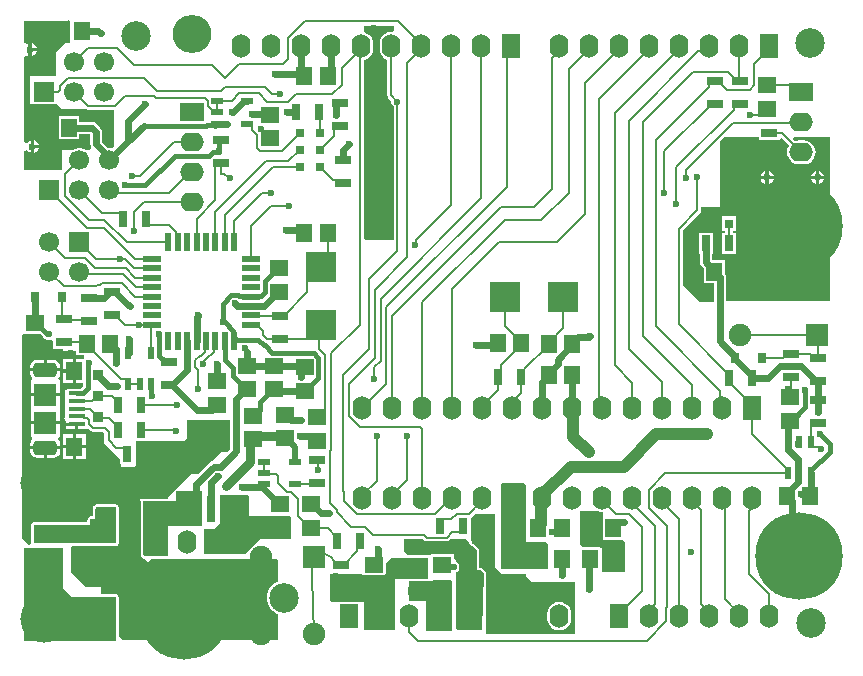
<source format=gtl>
G04*
G04 #@! TF.GenerationSoftware,Altium Limited,Altium Designer,24.5.2 (23)*
G04*
G04 Layer_Physical_Order=1*
G04 Layer_Color=255*
%FSLAX42Y42*%
%MOMM*%
G71*
G04*
G04 #@! TF.SameCoordinates,800EA35B-6491-4ADE-9D72-18F2112E8D14*
G04*
G04*
G04 #@! TF.FilePolarity,Positive*
G04*
G01*
G75*
%ADD10C,0.20*%
%ADD11C,0.50*%
%ADD15R,1.35X0.80*%
%ADD16R,0.80X1.35*%
%ADD17R,0.73X0.93*%
%ADD18R,1.35X0.40*%
%ADD19R,1.40X1.60*%
%ADD20R,1.90X1.90*%
%ADD21R,1.55X1.35*%
%ADD22R,1.35X1.55*%
%ADD23R,0.66X2.20*%
%ADD24R,3.20X2.20*%
%ADD25R,2.50X2.60*%
%ADD26R,2.60X2.50*%
%ADD27R,1.10X0.60*%
%ADD28R,0.60X1.10*%
%ADD29R,1.60X3.00*%
%ADD30R,2.20X1.20*%
%ADD31R,0.80X0.80*%
%ADD32R,0.55X1.55*%
%ADD33R,1.55X0.55*%
%ADD34R,0.85X0.85*%
%ADD63R,1.90X1.90*%
%ADD64C,1.90*%
%ADD69C,2.50*%
%ADD70C,0.80*%
%ADD71C,0.40*%
%ADD72C,0.60*%
%ADD73C,1.00*%
%ADD74O,2.00X1.60*%
%ADD75R,2.00X1.60*%
%ADD76O,1.60X2.00*%
%ADD77R,1.60X2.00*%
G04:AMPARAMS|DCode=78|XSize=2mm|YSize=1.2mm|CornerRadius=0.3mm|HoleSize=0mm|Usage=FLASHONLY|Rotation=0.000|XOffset=0mm|YOffset=0mm|HoleType=Round|Shape=RoundedRectangle|*
%AMROUNDEDRECTD78*
21,1,2.00,0.60,0,0,0.0*
21,1,1.40,1.20,0,0,0.0*
1,1,0.60,0.70,-0.30*
1,1,0.60,-0.70,-0.30*
1,1,0.60,-0.70,0.30*
1,1,0.60,0.70,0.30*
%
%ADD78ROUNDEDRECTD78*%
%ADD79R,1.70X1.70*%
%ADD80C,1.70*%
%ADD81O,3.30X3.20*%
%ADD82C,4.00*%
%ADD83C,7.40*%
%ADD84C,0.60*%
G36*
X3170Y5213D02*
X3155Y5200D01*
X3150Y5201D01*
X3123Y5197D01*
X3099Y5187D01*
X3078Y5171D01*
X3062Y5150D01*
X3052Y5126D01*
X3049Y5100D01*
Y5060D01*
X3052Y5034D01*
X3062Y5010D01*
X3078Y4989D01*
X3099Y4973D01*
X3114Y4966D01*
Y4665D01*
X3114Y4665D01*
X3117Y4653D01*
X3123Y4644D01*
X3150Y4617D01*
Y4600D01*
X3158Y4582D01*
X3169Y4570D01*
Y3441D01*
X3169Y3441D01*
X2940D01*
X2935Y3441D01*
X2920Y3455D01*
Y4962D01*
X2922Y4963D01*
X2946Y4973D01*
X2967Y4989D01*
X2983Y5010D01*
X2993Y5034D01*
X2996Y5060D01*
Y5100D01*
X2993Y5126D01*
X2983Y5150D01*
X2967Y5171D01*
X2946Y5187D01*
X2922Y5197D01*
X2920Y5198D01*
Y5250D01*
X3170D01*
Y5213D01*
D02*
G37*
G36*
X429Y5290D02*
Y5106D01*
X387D01*
X313Y5031D01*
Y4831D01*
X93D01*
Y4591D01*
X103D01*
Y4588D01*
X313D01*
X313Y4588D01*
Y4588D01*
X313Y4588D01*
X331Y4584D01*
X363Y4551D01*
X561D01*
X570Y4545D01*
X582Y4543D01*
X803D01*
Y4230D01*
X787Y4217D01*
X776Y4220D01*
X753D01*
X701Y4271D01*
Y4355D01*
X697Y4374D01*
X686Y4391D01*
X651Y4426D01*
X634Y4437D01*
X615Y4441D01*
X507D01*
Y4488D01*
X333D01*
Y4292D01*
X507D01*
Y4339D01*
X594D01*
X599Y4334D01*
Y4250D01*
X603Y4231D01*
X609Y4221D01*
X600Y4201D01*
X568D01*
X549Y4213D01*
X522Y4220D01*
X494D01*
X467Y4213D01*
X448Y4201D01*
X363D01*
Y4031D01*
X43D01*
Y4195D01*
X63Y4199D01*
X63Y4199D01*
X79Y4183D01*
X97Y4175D01*
Y4230D01*
Y4285D01*
X79Y4277D01*
X63Y4261D01*
X63Y4261D01*
X43Y4265D01*
Y4990D01*
X49Y4995D01*
X63Y5001D01*
X77Y4995D01*
Y5050D01*
Y5105D01*
X63Y5099D01*
X49Y5105D01*
X43Y5110D01*
Y5291D01*
X403D01*
X409Y5298D01*
X429Y5290D01*
D02*
G37*
G36*
X6860Y2920D02*
X5983D01*
Y3123D01*
X5979Y3142D01*
X5972Y3153D01*
Y3268D01*
X5869D01*
X5863Y3274D01*
Y3322D01*
X5872D01*
Y3497D01*
X5752D01*
Y3322D01*
X5761D01*
Y3252D01*
X5765Y3233D01*
X5776Y3216D01*
X5797Y3196D01*
Y3073D01*
X5881D01*
Y2913D01*
X5850Y2910D01*
X5760D01*
X5620Y3050D01*
Y3527D01*
X5762Y3668D01*
X5768Y3678D01*
X5771Y3690D01*
X5771Y3690D01*
Y3720D01*
X5930D01*
Y4272D01*
X5968Y4310D01*
X6262D01*
Y4288D01*
X6438D01*
Y4293D01*
X6457Y4301D01*
X6519Y4240D01*
X6513Y4232D01*
X6503Y4208D01*
X6499Y4182D01*
X6503Y4156D01*
X6513Y4132D01*
X6529Y4111D01*
X6550Y4095D01*
X6574Y4085D01*
X6600Y4081D01*
X6640D01*
X6666Y4085D01*
X6690Y4095D01*
X6711Y4111D01*
X6727Y4132D01*
X6737Y4156D01*
X6741Y4182D01*
X6737Y4208D01*
X6727Y4232D01*
X6711Y4253D01*
X6690Y4269D01*
X6666Y4279D01*
X6640Y4283D01*
X6600D01*
X6574Y4279D01*
X6568Y4277D01*
X6554Y4292D01*
X6561Y4310D01*
X6860D01*
Y2920D01*
D02*
G37*
G36*
X1550Y1300D02*
Y1015D01*
X1275D01*
X1260Y1030D01*
X1260Y980D01*
Y760D01*
X1060D01*
X1050Y770D01*
Y1230D01*
X1330D01*
Y1310D01*
X1546D01*
X1550Y1300D01*
D02*
G37*
G36*
X3810Y880D02*
Y878D01*
X3818Y859D01*
X3832Y845D01*
X3850Y838D01*
X3852D01*
X3872Y817D01*
Y643D01*
X3907D01*
X3930Y620D01*
X3919Y140D01*
X3710D01*
X3695Y155D01*
Y390D01*
X3694Y391D01*
Y624D01*
X3704Y628D01*
X3718Y643D01*
X3726Y661D01*
Y681D01*
X3718Y699D01*
X3704Y713D01*
X3694Y718D01*
Y726D01*
X3678Y743D01*
Y778D01*
X3483D01*
Y770D01*
X3463D01*
X3461Y770D01*
X3290D01*
X3260Y800D01*
Y910D01*
X3414D01*
X3428Y896D01*
X3428Y896D01*
X3438Y889D01*
X3449Y887D01*
X3449Y887D01*
X3617D01*
X3617Y887D01*
X3629Y889D01*
X3639Y896D01*
X3653Y910D01*
X3780D01*
X3810Y880D01*
D02*
G37*
G36*
X820Y870D02*
X120D01*
Y1030D01*
X650D01*
Y1180D01*
X820D01*
Y870D01*
D02*
G37*
G36*
X1940Y1270D02*
Y1100D01*
X2290D01*
X2300Y1090D01*
Y910D01*
X2040D01*
X1981Y851D01*
X1974Y847D01*
X1953Y826D01*
X1949Y819D01*
X1920Y790D01*
Y780D01*
X1583D01*
X1566Y780D01*
X1560Y798D01*
Y990D01*
X1650D01*
X1700Y1040D01*
Y1280D01*
X1930D01*
X1940Y1270D01*
D02*
G37*
G36*
X4290Y1360D02*
Y885D01*
X4458D01*
X4476Y867D01*
Y650D01*
X4080D01*
Y1370D01*
X4090Y1380D01*
X4270D01*
X4290Y1360D01*
D02*
G37*
G36*
X4910Y1140D02*
X4937Y1136D01*
X4940Y1133D01*
Y910D01*
X4942D01*
Y902D01*
X5113D01*
X5130Y886D01*
Y624D01*
X4939D01*
X4930Y640D01*
Y830D01*
X4917D01*
Y838D01*
X4772D01*
X4750Y860D01*
Y1141D01*
X4908D01*
X4910Y1140D01*
D02*
G37*
G36*
X3461Y580D02*
X3452Y570D01*
X3300D01*
X3298Y570D01*
X3180D01*
Y140D01*
X2920D01*
Y350D01*
X2920Y370D01*
X2916Y373D01*
X2914Y372D01*
X2894Y374D01*
Y374D01*
X2694D01*
Y370D01*
X2648D01*
X2630Y388D01*
Y610D01*
X2902D01*
Y603D01*
X3077D01*
X3088Y603D01*
X3090Y600D01*
X3098Y603D01*
Y607D01*
X3100Y610D01*
X3100Y617D01*
Y700D01*
X3150Y750D01*
X3461D01*
Y580D01*
D02*
G37*
G36*
X3660Y130D02*
X3440D01*
Y290D01*
Y382D01*
X3300D01*
Y550D01*
X3660D01*
Y130D01*
D02*
G37*
G36*
X4030Y670D02*
X4090Y610D01*
X4290D01*
Y590D01*
X4340Y540D01*
X4700D01*
Y100D01*
X3950D01*
Y532D01*
X3950Y550D01*
X3951Y553D01*
X3950Y573D01*
X3951Y619D01*
X3951Y620D01*
X3951Y620D01*
X3950Y623D01*
X3949Y627D01*
X3949Y627D01*
X3949Y628D01*
X3947Y631D01*
X3945Y634D01*
X3945Y634D01*
X3945Y634D01*
X3922Y657D01*
X3915Y661D01*
X3907Y663D01*
X3893D01*
Y817D01*
X3893Y817D01*
X3891Y825D01*
X3887Y832D01*
X3866Y852D01*
X3860Y857D01*
X3856Y857D01*
X3843Y863D01*
X3835Y871D01*
X3830Y884D01*
X3829Y888D01*
X3824Y894D01*
X3822Y897D01*
Y1076D01*
X3861Y1115D01*
X4030D01*
Y670D01*
D02*
G37*
G36*
X203Y2619D02*
X206Y2612D01*
X220Y2598D01*
X239Y2591D01*
X258D01*
X267Y2594D01*
X287Y2582D01*
Y2513D01*
X370D01*
Y2505D01*
X375Y2500D01*
X482D01*
Y2462D01*
X550D01*
Y2435D01*
X478D01*
Y2330D01*
Y2225D01*
X542D01*
X542Y2205D01*
X518Y2181D01*
X487D01*
X484Y2180D01*
X400D01*
Y2170D01*
X390D01*
Y1940D01*
X380Y1930D01*
X390Y1920D01*
X395Y1902D01*
Y1893D01*
X487D01*
Y1880D01*
X500D01*
Y1835D01*
X580D01*
Y1835D01*
X589Y1838D01*
X602Y1826D01*
X602Y1826D01*
X612Y1819D01*
X623Y1817D01*
X623Y1817D01*
X710D01*
X720Y1807D01*
Y1720D01*
X853Y1587D01*
Y1539D01*
X860D01*
Y1520D01*
X980D01*
X990Y1530D01*
Y1739D01*
X1086D01*
Y1740D01*
X1380D01*
X1390Y1730D01*
X1419Y1759D01*
Y1916D01*
X1785D01*
Y1671D01*
X1754Y1640D01*
X1710D01*
X1640Y1570D01*
X1627Y1567D01*
X1611Y1556D01*
X1515Y1460D01*
X1450D01*
X1255Y1265D01*
Y1250D01*
X1050D01*
X1042Y1249D01*
X1036Y1244D01*
X1030Y1243D01*
X1023Y1243D01*
X1020Y1240D01*
X1029Y1231D01*
X1030Y1230D01*
X1030Y1223D01*
Y770D01*
X1030Y770D01*
X1031Y762D01*
X1036Y756D01*
X1036Y756D01*
X1046Y746D01*
X1052Y741D01*
X1060Y740D01*
X1060D01*
X1090Y710D01*
X1120Y740D01*
X1260D01*
X1262Y740D01*
X2180D01*
X2190Y730D01*
Y547D01*
X2183Y546D01*
X2150Y527D01*
X2123Y500D01*
X2104Y467D01*
X2094Y430D01*
Y391D01*
X2104Y355D01*
X2123Y322D01*
X2150Y295D01*
X2183Y275D01*
X2190Y274D01*
Y50D01*
X880D01*
X840Y90D01*
Y420D01*
X839Y428D01*
X834Y434D01*
X828Y439D01*
X820Y440D01*
X690D01*
Y500D01*
X560D01*
X440Y620D01*
Y840D01*
X456Y850D01*
X820D01*
X828Y851D01*
X834Y856D01*
X839Y862D01*
X840Y870D01*
Y1180D01*
X839Y1188D01*
X834Y1194D01*
X828Y1199D01*
X820Y1200D01*
X650D01*
X642Y1199D01*
X636Y1194D01*
X633Y1190D01*
X620D01*
Y1100D01*
X610D01*
X592Y1092D01*
X578Y1078D01*
X570Y1060D01*
Y1050D01*
X120D01*
X112Y1049D01*
X106Y1044D01*
X101Y1038D01*
X100Y1030D01*
Y870D01*
X95Y862D01*
X71Y859D01*
X18Y912D01*
Y2637D01*
X40Y2640D01*
X182D01*
X203Y2619D01*
D02*
G37*
G36*
X370Y490D02*
X440Y420D01*
X820D01*
Y50D01*
X810Y40D01*
X40D01*
Y830D01*
X370D01*
Y490D01*
D02*
G37*
%LPC*%
G36*
X103Y5105D02*
Y5063D01*
X145D01*
X137Y5081D01*
X121Y5097D01*
X103Y5105D01*
D02*
G37*
G36*
X145Y5037D02*
X103D01*
Y4995D01*
X121Y5003D01*
X137Y5019D01*
X145Y5037D01*
D02*
G37*
G36*
X123Y4285D02*
Y4243D01*
X165D01*
X157Y4261D01*
X141Y4277D01*
X123Y4285D01*
D02*
G37*
G36*
X165Y4217D02*
X123D01*
Y4175D01*
X141Y4183D01*
X157Y4199D01*
X165Y4217D01*
D02*
G37*
G36*
X6773Y4025D02*
Y3983D01*
X6815D01*
X6807Y4001D01*
X6791Y4017D01*
X6773Y4025D01*
D02*
G37*
G36*
X6747D02*
X6729Y4017D01*
X6713Y4001D01*
X6705Y3983D01*
X6747D01*
Y4025D01*
D02*
G37*
G36*
X6343D02*
Y3983D01*
X6385D01*
X6377Y4001D01*
X6361Y4017D01*
X6343Y4025D01*
D02*
G37*
G36*
X6317D02*
X6299Y4017D01*
X6283Y4001D01*
X6275Y3983D01*
X6317D01*
Y4025D01*
D02*
G37*
G36*
X6815Y3957D02*
X6773D01*
Y3915D01*
X6791Y3923D01*
X6807Y3939D01*
X6815Y3957D01*
D02*
G37*
G36*
X6747D02*
X6705D01*
X6713Y3939D01*
X6729Y3923D01*
X6747Y3915D01*
Y3957D01*
D02*
G37*
G36*
X6385D02*
X6343D01*
Y3915D01*
X6361Y3923D01*
X6377Y3939D01*
X6385Y3957D01*
D02*
G37*
G36*
X6317D02*
X6275D01*
X6283Y3939D01*
X6299Y3923D01*
X6317Y3915D01*
Y3957D01*
D02*
G37*
G36*
X6070Y3638D02*
X5950D01*
Y3518D01*
X5978D01*
Y3497D01*
X5947D01*
Y3322D01*
X6067D01*
Y3497D01*
X6039D01*
Y3518D01*
X6070D01*
Y3638D01*
D02*
G37*
G36*
X4572Y375D02*
X4546Y371D01*
X4522Y361D01*
X4501Y345D01*
X4485Y324D01*
X4475Y300D01*
X4471Y274D01*
Y234D01*
X4475Y208D01*
X4485Y184D01*
X4501Y163D01*
X4522Y147D01*
X4546Y137D01*
X4572Y133D01*
X4598Y137D01*
X4622Y147D01*
X4643Y163D01*
X4659Y184D01*
X4669Y208D01*
X4673Y234D01*
Y274D01*
X4669Y300D01*
X4659Y324D01*
X4643Y345D01*
X4622Y361D01*
X4598Y371D01*
X4572Y375D01*
D02*
G37*
G36*
X290Y2426D02*
X233D01*
Y2353D01*
X346D01*
Y2370D01*
X342Y2392D01*
X330Y2410D01*
X312Y2422D01*
X290Y2426D01*
D02*
G37*
G36*
X207D02*
X150D01*
X128Y2422D01*
X110Y2410D01*
X98Y2392D01*
X93Y2370D01*
Y2353D01*
X207D01*
Y2426D01*
D02*
G37*
G36*
X452Y2435D02*
X370D01*
Y2343D01*
X452D01*
Y2435D01*
D02*
G37*
G36*
Y2317D02*
X370D01*
Y2225D01*
X452D01*
Y2317D01*
D02*
G37*
G36*
X346Y2327D02*
X93D01*
Y2310D01*
X98Y2288D01*
X110Y2270D01*
X103Y2250D01*
X100D01*
Y2143D01*
X340D01*
Y2250D01*
X336D01*
X330Y2270D01*
X342Y2288D01*
X346Y2310D01*
Y2327D01*
D02*
G37*
G36*
X340Y2117D02*
X100D01*
Y2010D01*
Y1903D01*
X340D01*
Y2010D01*
Y2117D01*
D02*
G37*
G36*
X475Y1867D02*
X395D01*
Y1835D01*
X475D01*
Y1867D01*
D02*
G37*
G36*
X560Y1795D02*
X478D01*
Y1703D01*
X560D01*
Y1795D01*
D02*
G37*
G36*
X452D02*
X370D01*
Y1703D01*
X452D01*
Y1795D01*
D02*
G37*
G36*
X340Y1877D02*
X100D01*
Y1770D01*
X103D01*
X110Y1750D01*
X98Y1732D01*
X93Y1710D01*
Y1693D01*
X346D01*
Y1710D01*
X342Y1732D01*
X330Y1750D01*
X336Y1770D01*
X340D01*
Y1877D01*
D02*
G37*
G36*
X346Y1667D02*
X233D01*
Y1594D01*
X290D01*
X312Y1598D01*
X330Y1610D01*
X342Y1628D01*
X346Y1650D01*
Y1667D01*
D02*
G37*
G36*
X207D02*
X93D01*
Y1650D01*
X98Y1628D01*
X110Y1610D01*
X128Y1598D01*
X150Y1594D01*
X207D01*
Y1667D01*
D02*
G37*
G36*
X560Y1677D02*
X478D01*
Y1585D01*
X560D01*
Y1677D01*
D02*
G37*
G36*
X452D02*
X370D01*
Y1585D01*
X452D01*
Y1677D01*
D02*
G37*
%LPD*%
D10*
X1739Y4811D02*
X1859Y4930D01*
X970Y4920D02*
X1630D01*
X1739Y4811D01*
X412Y4813D02*
X1055D01*
X1168Y4701D01*
X582Y5067D02*
X823D01*
X462Y4947D02*
X582Y5067D01*
X823D02*
X970Y4920D01*
X1168Y4701D02*
X1704D01*
X6186Y4499D02*
X6279D01*
X6330Y4550D01*
X3200Y3350D02*
Y4610D01*
X2958Y3108D02*
X3200Y3350D01*
X3285Y3295D02*
Y4941D01*
X3404Y5060D02*
Y5080D01*
Y5100D01*
X3285Y4941D02*
X3404Y5060D01*
X3145Y4665D02*
X3200Y4610D01*
X2880Y2720D02*
Y5064D01*
X2896Y5080D01*
X2640Y2480D02*
X2880Y2720D01*
X2729Y4893D02*
X2890Y5054D01*
X2420Y5295D02*
X3209D01*
X3404Y5100D01*
X2273Y5148D02*
X2420Y5295D01*
X2636Y2480D02*
X2640D01*
X2630Y1658D02*
X2636Y1665D01*
X2630Y1212D02*
Y1658D01*
X2636Y1665D02*
Y2480D01*
X2540Y2514D02*
Y2710D01*
X2550Y2720D01*
X2540Y2514D02*
X2586Y2467D01*
Y2000D02*
Y2467D01*
X2527Y1940D02*
X2586Y2000D01*
X2550Y3210D02*
X2610Y3270D01*
Y3500D01*
X2435Y3100D02*
X2545Y3210D01*
X2210Y2798D02*
X2238D01*
X2435Y2995D01*
Y3100D01*
X2545Y3210D02*
X2550D01*
X1961Y2799D02*
X2209D01*
X2210Y2798D01*
X1960Y2800D02*
X1961Y2799D01*
X2517Y1940D02*
X2527D01*
X2210Y2602D02*
X2427D01*
X2545Y2720D01*
X2550D01*
X2098Y2602D02*
X2210D01*
X2065Y2635D02*
Y2665D01*
X1960Y2720D02*
X2010D01*
X2065Y2665D01*
Y2635D02*
X2098Y2602D01*
X3145Y4665D02*
Y5075D01*
X3150Y5080D01*
X3008Y3018D02*
X3285Y3295D01*
X3356Y3436D02*
X3658Y3738D01*
X3356Y3406D02*
Y3436D01*
X3350Y3400D02*
X3356Y3406D01*
X3658Y3738D02*
Y5080D01*
X4790Y3660D02*
Y4770D01*
X4550Y3420D02*
X4790Y3660D01*
Y4770D02*
X5080Y5060D01*
X4420Y3610D02*
X4650Y3840D01*
Y4884D02*
X4826Y5060D01*
X4650Y3840D02*
Y4884D01*
X4510Y4977D02*
X4572Y5039D01*
X4360Y3720D02*
X4510Y3870D01*
X4572Y5039D02*
Y5080D01*
X4510Y3870D02*
Y4977D01*
X3412Y2019D02*
Y2912D01*
X4110Y3610D02*
X4420D01*
X3412Y2912D02*
X4110Y3610D01*
X3158Y2799D02*
X4080Y3720D01*
X3158Y2019D02*
Y2799D01*
X4080Y3720D02*
X4360D01*
X3108Y2223D02*
Y2868D01*
X4130Y3890D02*
Y5044D01*
X3108Y2868D02*
X4130Y3890D01*
X3912Y3792D02*
Y5080D01*
X3058Y2418D02*
Y2939D01*
X3912Y3792D01*
X3008Y2439D02*
Y3018D01*
X2958Y2518D02*
Y3108D01*
X3667Y3026D02*
X4060Y3420D01*
X4550D01*
X3667Y2019D02*
Y3026D01*
X4130Y5044D02*
X4166Y5080D01*
X2740Y2299D02*
X2958Y2518D01*
X3000Y2360D02*
X3058Y2418D01*
X2790Y2220D02*
X3008Y2439D01*
X2905Y2019D02*
X3108Y2223D01*
X4910Y4636D02*
X5334Y5060D01*
X4910Y2122D02*
Y4636D01*
X4826Y5060D02*
Y5080D01*
X2648Y4673D02*
X2729Y4754D01*
X2028Y4680D02*
X2097Y4611D01*
X2276D02*
X2339Y4673D01*
X2648D01*
X2097Y4611D02*
X2276D01*
X2729Y4754D02*
Y4893D01*
X2747Y1232D02*
Y1304D01*
X2790Y1952D02*
X2888Y1853D01*
X2790Y1952D02*
Y2220D01*
X2740Y1312D02*
Y2299D01*
Y1312D02*
X2747Y1304D01*
X3758Y993D02*
Y1020D01*
X3667Y968D02*
X3733D01*
X3758Y993D01*
X3617Y918D02*
X3667Y968D01*
X2857Y1122D02*
X3516D01*
X2747Y1232D02*
X2857Y1122D01*
X3449Y918D02*
X3617D01*
X2630Y1212D02*
X2685Y1157D01*
Y1139D02*
Y1157D01*
Y1139D02*
X2811Y1012D01*
X2922D01*
X2994Y941D01*
X3426D01*
X3449Y918D01*
X2136Y4676D02*
X2204D01*
X894Y4655D02*
X1143D01*
X1670Y4615D02*
X1796D01*
X1143Y4655D02*
X1159Y4639D01*
X1861Y4680D02*
X2028D01*
X1859Y4930D02*
X2235D01*
X813Y4573D02*
X894Y4655D01*
X1796Y4615D02*
X1861Y4680D01*
X462Y4693D02*
X582Y4573D01*
X813D01*
X324Y4693D02*
X342Y4711D01*
X208Y4693D02*
X324D01*
X342Y4711D02*
Y4743D01*
X2077Y4735D02*
X2136Y4676D01*
X342Y4743D02*
X412Y4813D01*
X2524Y1575D02*
X2530Y1569D01*
Y1490D02*
Y1569D01*
X5160Y2520D02*
Y4450D01*
X5800Y5038D02*
X5842Y5080D01*
X5748Y5038D02*
X5800D01*
X5160Y4450D02*
X5748Y5038D01*
X648Y3280D02*
X850D01*
X508Y3420D02*
X648Y3280D01*
X5380Y355D02*
Y1020D01*
X5334Y309D02*
X5380Y355D01*
X5190Y1210D02*
X5380Y1020D01*
X5311Y48D02*
X5473Y210D01*
X5329Y1169D02*
X5480Y1019D01*
Y329D02*
Y1019D01*
X5473Y322D02*
X5480Y329D01*
X5473Y210D02*
Y322D01*
X5588Y254D02*
Y1077D01*
X5444Y1220D02*
X5588Y1077D01*
X5699Y1228D02*
Y1257D01*
Y1228D02*
X5770Y1157D01*
X5842Y254D02*
Y282D01*
X5770Y354D02*
Y1157D01*
Y354D02*
X5842Y282D01*
X5970Y400D02*
Y1240D01*
Y400D02*
X6096Y274D01*
X5953Y1257D02*
X5970Y1240D01*
X6182Y1156D02*
Y1232D01*
X6180Y613D02*
X6350Y443D01*
X6180Y613D02*
Y1155D01*
X6182Y1232D02*
X6206Y1257D01*
X6180Y1155D02*
X6182Y1156D01*
X6350Y254D02*
Y443D01*
X5190Y1210D02*
Y1257D01*
X5051Y1122D02*
X5158D01*
X5270Y1010D01*
Y464D02*
Y1010D01*
X5080Y274D02*
X5270Y464D01*
X5334Y254D02*
Y309D01*
X5444Y1220D02*
Y1257D01*
X4937Y1237D02*
Y1257D01*
X5080Y254D02*
Y274D01*
X4937Y1237D02*
X5051Y1122D01*
X5329Y1169D02*
Y1325D01*
X3372Y48D02*
X5311D01*
X3302Y118D02*
Y254D01*
Y118D02*
X3372Y48D01*
X787Y3836D02*
X1264D01*
X1444Y4016D01*
X762Y3861D02*
X787Y3836D01*
X589Y3610D02*
X720D01*
X388Y3811D02*
X589Y3610D01*
X720D02*
X911Y3420D01*
X720Y3540D02*
X980Y3280D01*
X690Y3540D02*
X720D01*
X690Y3540D02*
X690Y3540D01*
X911Y3420D02*
X1260D01*
X980Y3280D02*
X1120D01*
X850Y3280D02*
X890D01*
X643Y3201D02*
X899D01*
X878Y3151D02*
X989Y3040D01*
X523Y3151D02*
X878D01*
X890Y3280D02*
X970Y3200D01*
X899Y3201D02*
X979Y3120D01*
X867Y3074D02*
X982Y2960D01*
X989Y3040D02*
X1120D01*
X703Y3074D02*
X867D01*
X374Y3046D02*
X648D01*
X656Y3054D02*
X683D01*
X648Y3046D02*
X656Y3054D01*
X683D02*
X703Y3074D01*
X979Y3120D02*
X1120D01*
X970Y3200D02*
X1120D01*
X575Y3540D02*
X690D01*
X254Y3861D02*
X575Y3540D01*
X388Y3811D02*
Y3995D01*
X508Y4115D01*
X558Y3286D02*
X643Y3201D01*
X388Y3286D02*
X558D01*
X974Y3519D02*
Y3680D01*
X1056Y3762D01*
X508Y3861D02*
X697Y3671D01*
X850D01*
X2662Y4322D02*
Y4378D01*
X2687Y4403D02*
X2714D01*
X2545Y4205D02*
X2662Y4322D01*
Y4378D02*
X2687Y4403D01*
X1310Y4270D02*
X1460D01*
X953Y3980D02*
X1020D01*
X1310Y4270D01*
X1738Y4735D02*
X2077D01*
X1670Y4520D02*
Y4615D01*
X1595Y4570D02*
X1645Y4520D01*
X1670D01*
X1574Y4639D02*
X1595Y4618D01*
X1159Y4639D02*
X1574D01*
X1595Y4570D02*
Y4618D01*
X5390Y2710D02*
X5936Y2164D01*
X1732Y4000D02*
X1772Y3960D01*
X1780D01*
X1710Y4000D02*
X1732D01*
X1710D02*
Y4092D01*
X1683D02*
X1710D01*
X5460Y4190D02*
X5862Y4592D01*
X5460Y3840D02*
Y4190D01*
X2124Y3834D02*
X2130Y3840D01*
X2056Y3834D02*
X2124D01*
X1820Y3598D02*
X2056Y3834D01*
X1820Y3420D02*
Y3598D01*
X1960Y3560D02*
X2130Y3730D01*
X2280D01*
X5160Y2520D02*
X5444Y2235D01*
X5040Y4512D02*
X5588Y5060D01*
X5040Y2380D02*
Y4512D01*
Y2380D02*
X5190Y2230D01*
X4912Y2044D02*
Y2120D01*
X4910Y2122D02*
X4912Y2120D01*
Y2044D02*
X4937Y2019D01*
X3000Y2260D02*
Y2360D01*
X5582Y3532D02*
X5740Y3690D01*
X5582Y2726D02*
Y3532D01*
X5740Y3690D02*
Y3970D01*
X1030Y2040D02*
X1131D01*
X1132Y2039D02*
X1186D01*
X1131Y2040D02*
X1132Y2039D01*
X1186D02*
X1187Y2040D01*
X1510Y2180D02*
X1511Y2181D01*
Y2341D01*
X1491Y2361D02*
X1511Y2341D01*
X1491Y2361D02*
Y2363D01*
X1489Y2366D02*
X1491Y2363D01*
X1960Y3280D02*
Y3560D01*
X1658Y3777D02*
Y4067D01*
X1500Y3619D02*
X1658Y3777D01*
Y4067D02*
X1683Y4092D01*
X1500Y3420D02*
Y3619D01*
X1660Y3680D02*
X2085Y4105D01*
X1660Y3420D02*
Y3680D01*
X2085Y4105D02*
X2275D01*
X1740Y3650D02*
X2145Y4055D01*
X1740Y3420D02*
Y3650D01*
X2145Y4055D02*
X2369D01*
X2888Y1853D02*
X3395D01*
X5560Y3740D02*
Y4053D01*
X6047Y4540D01*
X6072Y4592D02*
X6100D01*
X6047Y4567D02*
X6072Y4592D01*
X6047Y4540D02*
Y4567D01*
X5646Y4031D02*
X6046Y4432D01*
X5646Y3966D02*
Y4031D01*
X5640Y3960D02*
X5646Y3966D01*
X5390Y2710D02*
Y4288D01*
X5838Y4735D01*
X5588Y5060D02*
Y5080D01*
X5334Y5060D02*
Y5080D01*
X5190Y2019D02*
Y2230D01*
X5280Y4440D02*
X5703Y4862D01*
X5997D01*
X5280Y2630D02*
Y4440D01*
X5444Y2019D02*
Y2235D01*
X5280Y2630D02*
X5699Y2211D01*
X5838Y4735D02*
Y4762D01*
X5936Y2036D02*
X5953Y2019D01*
X6182Y4712D02*
X6217Y4748D01*
X5936Y2036D02*
Y2164D01*
X5838Y4762D02*
X5862Y4788D01*
X5890D01*
X5917D01*
X5699Y2019D02*
Y2211D01*
X5329Y1325D02*
X5470Y1465D01*
X6509D01*
X6350Y5060D02*
Y5080D01*
X6217Y4928D02*
X6350Y5060D01*
X6217Y4748D02*
Y4928D01*
X5992Y4712D02*
X6182D01*
X5917Y4788D02*
X5992Y4712D01*
X5997Y4862D02*
X6072Y4788D01*
X5582Y2726D02*
X6012Y2296D01*
Y2268D02*
Y2296D01*
X5080Y5060D02*
Y5080D01*
X6530Y2110D02*
Y2180D01*
X6510Y2126D02*
X6528Y2108D01*
X6510Y2126D02*
Y2180D01*
X6530D02*
Y2283D01*
X6528Y2108D02*
X6530Y2110D01*
X6046Y4432D02*
X6616D01*
X908Y2261D02*
X923Y2246D01*
X858Y2261D02*
X908D01*
X570Y2549D02*
X858Y2261D01*
X1704Y4701D02*
X1738Y4735D01*
X1444Y4016D02*
X1460D01*
X923Y2221D02*
Y2246D01*
X570Y2549D02*
Y2559D01*
X2635Y755D02*
X2667Y722D01*
Y712D02*
Y722D01*
Y712D02*
X2692Y688D01*
X2470Y840D02*
X2635Y755D01*
X2692Y688D02*
X2720D01*
X6589Y1714D02*
X6593D01*
X6604Y1725D01*
X1970Y4368D02*
X2013Y4325D01*
Y4217D02*
Y4325D01*
X1970Y4368D02*
Y4410D01*
X756Y1745D02*
Y1814D01*
X676Y1930D02*
X755D01*
X623Y1848D02*
X722D01*
X665Y2122D02*
X781D01*
X755Y1930D02*
X831Y1854D01*
X781Y2122D02*
X835Y2068D01*
X668Y1938D02*
X676Y1930D01*
X722Y1848D02*
X756Y1814D01*
X835Y2040D02*
Y2068D01*
X596Y2010D02*
X668Y1938D01*
X1955Y4425D02*
X1970Y4410D01*
X2013Y4217D02*
X2034Y4196D01*
X1187Y2040D02*
X1335D01*
X1622Y2467D02*
X1648Y2493D01*
X1613Y2467D02*
X1622D01*
X1559Y2414D02*
X1613Y2467D01*
X1554Y2392D02*
X1559Y2398D01*
X1648Y2493D02*
Y2567D01*
X1559Y2398D02*
Y2414D01*
X3651Y1257D02*
X3667D01*
X3516Y1122D02*
X3651Y1257D01*
X357Y2786D02*
Y2956D01*
Y2786D02*
X375Y2768D01*
X254Y3166D02*
X374Y3046D01*
X6509Y1465D02*
Y1490D01*
X6206Y1793D02*
X6509Y1490D01*
X6768Y1685D02*
X6783Y1670D01*
X6791D01*
X6699Y1700D02*
Y1725D01*
X6714Y1685D02*
X6768D01*
X6699Y1700D02*
X6714Y1685D01*
X6699Y1725D02*
Y1855D01*
X982Y2960D02*
X1120D01*
X508Y3166D02*
X523Y3151D01*
X254Y3420D02*
X388Y3286D01*
X850Y3671D02*
X875Y3646D01*
Y3619D02*
Y3646D01*
X1009Y2720D02*
X1120D01*
X897D02*
X1009D01*
X1056Y3762D02*
X1460D01*
X487Y1945D02*
X535D01*
X545Y1935D01*
X569D01*
X590Y1881D02*
Y1914D01*
Y1881D02*
X623Y1848D01*
X756Y1745D02*
X821Y1679D01*
X888D01*
X569Y1935D02*
X590Y1914D01*
X888Y1679D02*
X913Y1654D01*
Y1627D02*
Y1654D01*
X831Y1827D02*
Y1854D01*
X2519Y1375D02*
X2524Y1380D01*
X2330Y1370D02*
X2335Y1375D01*
X2519D01*
X2070Y1465D02*
Y1560D01*
X2187Y1379D02*
Y1440D01*
X2070Y1465D02*
X2077Y1458D01*
X2169D01*
X2187Y1440D01*
Y1379D02*
X2263Y1302D01*
X2302D01*
X2355Y1250D01*
Y1105D02*
Y1250D01*
Y1105D02*
X2460Y1000D01*
X2470D01*
X2610D01*
X2692Y890D02*
Y918D01*
X2610Y1000D02*
X2692Y918D01*
X2862Y802D02*
Y865D01*
X2720Y688D02*
X2748D01*
X2862Y802D01*
Y865D02*
X2888Y890D01*
X2470Y840D02*
X2495Y105D01*
X3562Y1020D02*
Y1048D01*
X3703Y1123D02*
X3806D01*
X3653Y1073D02*
X3703Y1123D01*
X3806D02*
X3921Y1237D01*
Y1257D01*
X3588Y1073D02*
X3653D01*
X3562Y1048D02*
X3588Y1073D01*
X1113Y2481D02*
Y2713D01*
X1120Y2720D01*
X487Y2075D02*
X619D01*
X665Y2122D01*
X1528Y2459D02*
X1534D01*
X1568Y2567D02*
X1580Y2580D01*
X1568Y2493D02*
Y2567D01*
X1534Y2459D02*
X1568Y2493D01*
X1489Y2419D02*
X1528Y2459D01*
X1489Y2366D02*
Y2419D01*
X1026Y1827D02*
X1328D01*
X1329Y1825D01*
X1648Y2567D02*
X1660Y2580D01*
X487Y2010D02*
X596D01*
X923Y2221D02*
X1018D01*
X556Y2573D02*
X570Y2559D01*
X375Y2573D02*
X556D01*
X382Y2761D02*
X583D01*
X590Y2754D01*
X375Y2768D02*
X382Y2761D01*
X813Y2804D02*
X897Y2720D01*
X785Y2804D02*
X813D01*
X2369Y4055D02*
X2375Y4061D01*
X2275Y4105D02*
X2375Y4205D01*
X2222Y4196D02*
X2375Y4349D01*
X2034Y4196D02*
X2222D01*
X2715Y3947D02*
X2740Y3922D01*
X2545Y4061D02*
X2658Y3947D01*
X2715D01*
X2541Y4353D02*
X2545Y4349D01*
X2537Y4520D02*
X2541Y4516D01*
Y4353D02*
Y4516D01*
X1930Y4425D02*
X1955D01*
X1268Y3566D02*
X1327Y3507D01*
Y3433D02*
X1340Y3420D01*
X1327Y3433D02*
Y3507D01*
X1095Y3566D02*
X1268D01*
X1070Y3591D02*
X1095Y3566D01*
X1070Y3591D02*
Y3619D01*
X3395Y1853D02*
X3412Y1835D01*
X2273Y4968D02*
Y5148D01*
X2235Y4930D02*
X2273Y4968D01*
X4247Y2143D02*
Y2280D01*
X4174Y2070D02*
X4247Y2143D01*
X4174Y2019D02*
Y2070D01*
X4272Y2305D02*
Y2343D01*
X4480Y2550D02*
Y2560D01*
X4272Y2343D02*
X4480Y2550D01*
X4247Y2280D02*
X4272Y2305D01*
X4605Y2695D02*
Y2960D01*
X4480Y2570D02*
X4605Y2695D01*
X4480Y2560D02*
Y2570D01*
X4053Y2167D02*
Y2280D01*
X3921Y2035D02*
X4053Y2167D01*
X3921Y2019D02*
Y2035D01*
X4078Y2381D02*
X4250Y2553D01*
X4078Y2305D02*
Y2381D01*
X4250Y2553D02*
Y2563D01*
X4053Y2280D02*
X4078Y2305D01*
X4115Y2708D02*
X4250Y2573D01*
X4115Y2708D02*
Y2960D01*
X4250Y2563D02*
Y2573D01*
X6754Y2632D02*
X6760Y2625D01*
Y2440D02*
Y2625D01*
X6530Y2478D02*
X6694D01*
X6732Y2440D01*
X6760D01*
X6464Y2439D02*
X6503Y2478D01*
X6285Y2439D02*
X6464D01*
X6503Y2478D02*
X6530D01*
X6104Y2632D02*
X6754D01*
X6037Y2208D02*
X6206Y2039D01*
Y2019D02*
Y2039D01*
X6008Y3411D02*
Y3576D01*
X6010Y3578D01*
X6007Y3410D02*
X6008Y3411D01*
X6350Y4347D02*
X6454D01*
X6620Y4182D01*
X6330Y4750D02*
X6560D01*
X6620Y4690D01*
X6616Y4432D02*
X6620Y4436D01*
X6206Y1793D02*
Y2019D01*
X6732Y1889D02*
X6760D01*
X6699Y1855D02*
X6732Y1889D01*
X3158Y1257D02*
Y1277D01*
X3285Y1404D01*
Y1781D01*
X3027Y1399D02*
Y1777D01*
X2905Y1257D02*
Y1277D01*
X3027Y1399D01*
X3412Y1257D02*
Y1835D01*
X6096Y4792D02*
X6100Y4788D01*
X6072D02*
X6100D01*
X6096Y4792D02*
Y5080D01*
Y254D02*
Y274D01*
D11*
X2270Y1750D02*
X2330Y1690D01*
Y1560D02*
Y1690D01*
D15*
X1710Y4092D02*
D03*
Y4288D02*
D03*
X2714Y4598D02*
D03*
Y4403D02*
D03*
X2740Y3922D02*
D03*
Y4117D02*
D03*
X2210Y2798D02*
D03*
Y2602D02*
D03*
X5890Y4788D02*
D03*
Y4592D02*
D03*
X6100D02*
D03*
Y4788D02*
D03*
X6350Y4347D02*
D03*
Y4153D02*
D03*
X2524Y1380D02*
D03*
Y1575D02*
D03*
X375Y2573D02*
D03*
Y2768D02*
D03*
X6530Y2478D02*
D03*
Y2283D02*
D03*
X3361Y653D02*
D03*
Y848D02*
D03*
X3360Y465D02*
D03*
Y660D02*
D03*
X785Y2804D02*
D03*
Y2999D02*
D03*
X6760Y1889D02*
D03*
Y2084D02*
D03*
X590Y2949D02*
D03*
Y2754D02*
D03*
X6760Y2440D02*
D03*
Y2245D02*
D03*
X2720Y493D02*
D03*
Y688D02*
D03*
X1266Y2210D02*
D03*
Y2405D02*
D03*
D16*
X1030Y2040D02*
D03*
X835D02*
D03*
X831Y1827D02*
D03*
X1026D02*
D03*
X1108Y1627D02*
D03*
X913D02*
D03*
X3562Y1020D02*
D03*
X3758D02*
D03*
X2342Y4520D02*
D03*
X2537D02*
D03*
X4053Y2280D02*
D03*
X4247D02*
D03*
X5812Y3410D02*
D03*
X6007D02*
D03*
X2692Y890D02*
D03*
X2888D02*
D03*
X6207Y2268D02*
D03*
X6012D02*
D03*
X875Y3619D02*
D03*
X1070D02*
D03*
D17*
X134Y2956D02*
D03*
X357D02*
D03*
X6285Y2439D02*
D03*
X6062D02*
D03*
D18*
X487Y2140D02*
D03*
Y2075D02*
D03*
Y2010D02*
D03*
Y1945D02*
D03*
Y1880D02*
D03*
D19*
X465Y2330D02*
D03*
Y1690D02*
D03*
D20*
X220Y2130D02*
D03*
Y1890D02*
D03*
X2495Y755D02*
D03*
D21*
X6330Y4750D02*
D03*
Y4550D02*
D03*
X2414Y2360D02*
D03*
Y2160D02*
D03*
X1672Y2246D02*
D03*
Y2046D02*
D03*
X1140Y1340D02*
D03*
Y1140D02*
D03*
X2210Y1200D02*
D03*
Y1000D02*
D03*
X1980Y1950D02*
D03*
Y1750D02*
D03*
X2158Y2175D02*
D03*
Y2375D02*
D03*
X2200Y3000D02*
D03*
Y3200D02*
D03*
X1931Y2174D02*
D03*
Y2374D02*
D03*
X2517Y1740D02*
D03*
Y1940D02*
D03*
X3000Y490D02*
D03*
Y690D02*
D03*
X3580D02*
D03*
Y490D02*
D03*
X2126Y4299D02*
D03*
Y4499D02*
D03*
X2250Y1760D02*
D03*
Y1960D02*
D03*
X132Y2538D02*
D03*
Y2738D02*
D03*
X6528Y1908D02*
D03*
Y2108D02*
D03*
X2470Y1000D02*
D03*
Y1200D02*
D03*
D22*
X420Y4390D02*
D03*
X220D02*
D03*
X5030Y1000D02*
D03*
X4830D02*
D03*
X2610Y4830D02*
D03*
X2410D02*
D03*
X3960Y740D02*
D03*
X4160D02*
D03*
X5684Y3170D02*
D03*
X5884D02*
D03*
X5030Y740D02*
D03*
X4830D02*
D03*
X4390D02*
D03*
X4590D02*
D03*
X2610Y3500D02*
D03*
X2410D02*
D03*
X4050Y500D02*
D03*
X3850D02*
D03*
X326Y5208D02*
D03*
X526D02*
D03*
X4480Y2300D02*
D03*
X4680D02*
D03*
X4160Y1000D02*
D03*
X3960D02*
D03*
X4590D02*
D03*
X4390D02*
D03*
X4250Y2563D02*
D03*
X4050D02*
D03*
X4480Y2560D02*
D03*
X4680D02*
D03*
X6496Y1272D02*
D03*
X6696D02*
D03*
X570Y2559D02*
D03*
X770D02*
D03*
D23*
X1372Y1161D02*
D03*
X1499D02*
D03*
X1626D02*
D03*
X1753D02*
D03*
X1880D02*
D03*
D24*
X1626Y1781D02*
D03*
D25*
X4605Y2960D02*
D03*
X4115D02*
D03*
D26*
X2550Y2720D02*
D03*
Y3210D02*
D03*
D27*
X1930Y4425D02*
D03*
Y4615D02*
D03*
X1670Y4425D02*
D03*
Y4520D02*
D03*
Y4615D02*
D03*
X2330Y1370D02*
D03*
Y1560D02*
D03*
X2070Y1370D02*
D03*
Y1465D02*
D03*
Y1560D02*
D03*
D28*
X1113Y2481D02*
D03*
X923D02*
D03*
X1113Y2221D02*
D03*
X1018D02*
D03*
X923D02*
D03*
X6509Y1465D02*
D03*
X6699D02*
D03*
X6509Y1725D02*
D03*
X6604D02*
D03*
X6699D02*
D03*
D29*
X720Y1020D02*
D03*
Y1460D02*
D03*
X710Y250D02*
D03*
Y690D02*
D03*
D30*
X230Y730D02*
D03*
Y950D02*
D03*
D31*
X2545Y4061D02*
D03*
X2375D02*
D03*
X6010Y3578D02*
D03*
X5840D02*
D03*
X2545Y4205D02*
D03*
X2375D02*
D03*
X2545Y4349D02*
D03*
X2375D02*
D03*
D32*
X1820Y2580D02*
D03*
X1740D02*
D03*
X1660D02*
D03*
X1580D02*
D03*
X1500D02*
D03*
X1420D02*
D03*
X1340D02*
D03*
X1260D02*
D03*
Y3420D02*
D03*
X1340D02*
D03*
X1420D02*
D03*
X1500D02*
D03*
X1580D02*
D03*
X1660D02*
D03*
X1740D02*
D03*
X1820D02*
D03*
D33*
X1120Y2720D02*
D03*
Y2800D02*
D03*
Y2880D02*
D03*
Y2960D02*
D03*
Y3040D02*
D03*
Y3120D02*
D03*
Y3200D02*
D03*
Y3280D02*
D03*
X1960D02*
D03*
Y3200D02*
D03*
Y3120D02*
D03*
Y3040D02*
D03*
Y2960D02*
D03*
Y2880D02*
D03*
Y2800D02*
D03*
Y2720D02*
D03*
D34*
X665Y2122D02*
D03*
Y2292D02*
D03*
X668Y1938D02*
D03*
Y1768D02*
D03*
D63*
X6754Y2632D02*
D03*
D64*
X2045Y755D02*
D03*
X2495Y105D02*
D03*
X2045D02*
D03*
X6754Y3082D02*
D03*
X6104Y2632D02*
D03*
Y3082D02*
D03*
D69*
X2239Y411D02*
D03*
X990Y5170D02*
D03*
X6700Y200D02*
D03*
X6690Y5110D02*
D03*
D70*
X1980Y1750D02*
X2008Y1777D01*
X2064Y1780D02*
X2230D01*
X2250Y1760D01*
X2008Y1777D02*
X2062D01*
X2064Y1780D01*
X1750Y1360D02*
X1952Y1562D01*
Y1723D02*
X1980Y1750D01*
X1952Y1562D02*
Y1723D01*
X1980Y1750D02*
X1980D01*
D71*
X236Y2644D02*
X245D01*
X142Y2738D02*
X236Y2644D01*
X132Y2738D02*
X142D01*
X245Y2644D02*
X248Y2641D01*
X2492Y2483D02*
X2531Y2444D01*
Y2268D02*
Y2444D01*
X2471Y2208D02*
X2531Y2268D01*
X1960Y2967D02*
X2049D01*
X2083Y3001D02*
Y3092D01*
X2049Y2967D02*
X2083Y3001D01*
X1795Y2972D02*
X1853D01*
X1858Y2967D02*
X1952D01*
X1853Y2972D02*
X1858Y2967D01*
X2143Y2483D02*
X2492D01*
X1827Y2596D02*
X2019D01*
X2067Y2548D02*
X2079D01*
X2019Y2596D02*
X2067Y2548D01*
X2079D02*
X2143Y2483D01*
X2471Y2171D02*
Y2208D01*
X2460Y2160D02*
X2471Y2171D01*
X583Y2188D02*
Y2395D01*
X586Y2399D01*
X1724Y2901D02*
X1795Y2972D01*
X1724Y2745D02*
Y2901D01*
X1952Y2967D02*
X1960Y2960D01*
X1066Y3901D02*
X1315Y4150D01*
X1603D02*
X1640Y4186D01*
X1315Y4150D02*
X1603D01*
X1640Y4186D02*
X1687D01*
X1690Y4190D01*
X891Y3901D02*
X1066D01*
X1710Y4288D02*
X1738D01*
X1690Y4190D02*
Y4268D01*
X1577Y4404D02*
X1588Y4415D01*
X1660D01*
X1051Y4404D02*
X1577D01*
X6699Y1490D02*
X6779Y1571D01*
X6861Y1641D02*
Y1710D01*
X6777Y1794D02*
X6861Y1710D01*
X6699Y1465D02*
Y1490D01*
X6779Y1571D02*
X6790D01*
X6861Y1641D01*
X6538Y1908D02*
X6652Y2023D01*
Y2162D01*
X6528Y1908D02*
X6538D01*
X6652Y2162D02*
X6655Y2165D01*
X1812Y2610D02*
Y2669D01*
X1823Y2601D02*
X1827Y2596D01*
X1823Y2601D02*
Y2610D01*
X1980Y1950D02*
X1990D01*
X2148Y2175D02*
X2158D01*
X2038Y2065D02*
X2148Y2175D01*
X2038Y1998D02*
Y2065D01*
X1990Y1950D02*
X2038Y1998D01*
X1740Y2419D02*
X1807Y2352D01*
X1740Y2419D02*
Y2580D01*
X1807Y2289D02*
Y2352D01*
Y2289D02*
X1921Y2174D01*
X1116Y2124D02*
Y2218D01*
Y2124D02*
X1120Y2120D01*
X1113Y2221D02*
X1116Y2218D01*
X535Y2140D02*
X583Y2188D01*
X487Y2140D02*
X535D01*
X1183Y2461D02*
X1238Y2405D01*
X1183Y2461D02*
Y2642D01*
X1182Y2642D02*
X1183Y2642D01*
X1740Y2741D02*
X1812Y2669D01*
X1728Y2741D02*
X1740D01*
X1724Y2745D02*
X1728Y2741D01*
X2190Y3200D02*
X2200D01*
X2083Y3092D02*
X2190Y3200D01*
X1690Y4268D02*
X1710Y4288D01*
D72*
X3110Y3490D02*
X3120D01*
X3100Y3480D02*
X3110Y3490D01*
X1960Y2880D02*
X1962Y2883D01*
X2073D01*
X2190Y3000D01*
X2200D01*
X1824Y2902D02*
X1844Y2883D01*
X1958D01*
X1960Y2880D01*
X2390Y3520D02*
X2410Y3500D01*
X2257Y3520D02*
X2390D01*
X2740Y4202D02*
X2788Y4250D01*
X2740Y4117D02*
Y4202D01*
X3000Y690D02*
X3002D01*
X3040Y728D01*
Y820D01*
X2381Y2358D02*
X2399Y2375D01*
X2050Y1350D02*
X2200Y1200D01*
X420Y4380D02*
X430Y4390D01*
X2480Y1200D02*
X2550Y1130D01*
X2620D01*
X2020Y130D02*
X2045Y105D01*
X2020Y130D02*
Y195D01*
X2010Y205D02*
X2020Y195D01*
X2010Y205D02*
Y655D01*
X2020Y730D02*
X2045Y755D01*
X2020Y665D02*
Y730D01*
X2010Y655D02*
X2020Y665D01*
X4683Y2019D02*
Y2298D01*
X5117Y1048D02*
X5120Y1050D01*
X5067Y1048D02*
X5117D01*
X5030Y1000D02*
Y1010D01*
X5067Y1048D01*
X430Y4390D02*
X615D01*
X420Y4380D02*
Y4390D01*
X1800Y4520D02*
X1810D01*
X1905Y4615D01*
X1836Y2089D02*
X1921Y2174D01*
X1706Y1520D02*
X1836Y1650D01*
X1647Y1520D02*
X1706D01*
X1499Y1372D02*
X1647Y1520D01*
X1499Y1161D02*
Y1372D01*
X1836Y1650D02*
Y2089D01*
X1921Y2174D02*
X1931D01*
X1626Y1161D02*
Y1386D01*
X1680Y1440D01*
X6509Y1725D02*
Y1889D01*
Y1665D02*
Y1725D01*
X6534Y1310D02*
Y1335D01*
X6589Y1390D01*
X6509Y1665D02*
X6589Y1585D01*
Y1390D02*
Y1585D01*
X6496Y1272D02*
X6534Y1310D01*
X6732Y2245D02*
X6760D01*
X6722Y2255D02*
X6732Y2245D01*
X6722Y2255D02*
Y2269D01*
X6619Y2373D02*
X6722Y2269D01*
X6442Y2373D02*
X6619D01*
X6390Y2321D02*
X6442Y2373D01*
X6390Y2321D02*
Y2321D01*
X6337Y2268D02*
X6390Y2321D01*
X6207Y2268D02*
X6337D01*
X4597Y2467D02*
X4680Y2550D01*
X4562Y2427D02*
X4597Y2462D01*
X4480Y2300D02*
Y2310D01*
X4562Y2392D01*
Y2427D01*
X4597Y2462D02*
Y2467D01*
X4680Y2550D02*
Y2560D01*
X1927Y2379D02*
Y2494D01*
Y2379D02*
X1931Y2374D01*
X2424Y2160D02*
X2448Y2184D01*
X1293Y2210D02*
X1501Y2002D01*
X1628D01*
X920Y4273D02*
X1051Y4404D01*
X920Y4273D02*
Y4450D01*
X762Y4115D02*
X920Y4273D01*
Y4450D02*
X1060Y4590D01*
X615Y4390D02*
X650Y4355D01*
Y4250D02*
Y4355D01*
X762Y4115D02*
Y4138D01*
X650Y4250D02*
X762Y4138D01*
X515Y750D02*
X703D01*
X710Y757D01*
Y620D02*
Y690D01*
Y757D01*
X1905Y4615D02*
X1930D01*
X2680Y4578D02*
X2700Y4598D01*
X2714D01*
X2680Y4500D02*
Y4578D01*
X2270Y4520D02*
X2342D01*
X666Y5208D02*
X685Y5190D01*
X526Y5208D02*
X666D01*
X685Y5190D02*
X690D01*
X1670Y4425D02*
X1673Y4422D01*
X665Y2292D02*
X753Y2204D01*
X826D02*
X830Y2200D01*
X753Y2204D02*
X826D01*
X3009Y481D02*
Y489D01*
X3010Y490D01*
X2680Y512D02*
X2700Y493D01*
X2720D01*
X1464Y187D02*
X1804D01*
X967Y363D02*
X1288D01*
X710Y620D02*
X967Y363D01*
X1885Y1350D02*
X2050D01*
X2200Y1200D02*
X2210D01*
X6496Y1272D02*
X6544Y1225D01*
Y822D02*
X6604Y762D01*
X6544Y822D02*
Y1225D01*
X6509Y1889D02*
X6528Y1908D01*
X1886Y105D02*
X2045D01*
X1804Y187D02*
X1886Y105D01*
X4428Y2019D02*
Y2239D01*
X4480Y2290D02*
Y2300D01*
X4428Y2239D02*
X4480Y2290D01*
X4680Y2570D02*
X4728Y2617D01*
X4680Y2560D02*
Y2570D01*
X4728Y2617D02*
X4823D01*
X4835Y2629D01*
X3869Y2546D02*
X4033D01*
X4050Y2563D01*
X2381Y2278D02*
Y2358D01*
X2382Y1912D02*
X2383Y1912D01*
X2250Y1960D02*
X2298Y1912D01*
X2382D01*
X2377Y1779D02*
X2479D01*
X2517Y1740D01*
X5812Y3252D02*
Y3410D01*
X5884Y3170D02*
Y3180D01*
X5812Y3252D02*
X5884Y3180D01*
X6062Y2439D02*
Y2449D01*
X5884Y3170D02*
X5932Y3123D01*
Y2580D02*
Y3123D01*
Y2580D02*
X6062Y2449D01*
X6187Y2316D02*
X6207Y2296D01*
X6062Y2429D02*
Y2439D01*
X6207Y2268D02*
Y2296D01*
X6176Y2316D02*
X6187D01*
X6062Y2429D02*
X6176Y2316D01*
X6760Y2084D02*
Y2245D01*
Y2084D02*
X6761Y2083D01*
Y1981D02*
Y2083D01*
X1510Y2796D02*
Y2802D01*
X1500Y2580D02*
Y2787D01*
X1510Y2796D01*
X2158Y2375D02*
X2399D01*
X1933D02*
X2158D01*
X1931Y2374D02*
X1933Y2375D01*
X1672Y2246D02*
Y2376D01*
X1671Y2377D02*
X1672Y2376D01*
X1671Y2377D02*
Y2389D01*
X1660Y4415D02*
X1670Y4425D01*
X1758Y4422D02*
X1760Y4420D01*
X1673Y4422D02*
X1758D01*
X2610Y4830D02*
X2642Y4862D01*
Y5080D01*
X817Y2400D02*
Y2512D01*
X770Y2559D02*
X817Y2512D01*
Y2400D02*
X821Y2396D01*
X6696Y1272D02*
X6699Y1275D01*
Y1465D01*
X6680Y1289D02*
X6696Y1272D01*
X6614Y1289D02*
X6680D01*
X3184Y666D02*
X3349D01*
X3180Y670D02*
X3184Y666D01*
X3048Y254D02*
Y443D01*
X3009Y481D02*
X3048Y443D01*
X738Y2972D02*
Y2979D01*
X590Y2949D02*
X714D01*
X758Y2999D02*
X785D01*
X738Y2979D02*
X758Y2999D01*
X714Y2949D02*
X738Y2972D01*
X785Y2999D02*
X813D01*
X920Y2892D01*
X931D02*
X939Y2884D01*
X920Y2892D02*
X931D01*
X923Y2481D02*
X926Y2485D01*
Y2597D02*
X929Y2601D01*
X926Y2485D02*
Y2597D01*
X134Y2739D02*
Y2956D01*
X132Y2738D02*
X134Y2739D01*
X2388Y4852D02*
Y5080D01*
Y4852D02*
X2394Y4846D01*
X2410Y4830D01*
X1420Y2337D02*
Y2580D01*
X1293Y2210D02*
X1420Y2337D01*
X1266Y2210D02*
X1293D01*
X1628Y2002D02*
X1672Y2046D01*
X4680Y2300D02*
X4683Y2298D01*
X3556Y254D02*
Y466D01*
X3360Y465D02*
X3555D01*
X3556Y466D01*
X3580Y490D01*
X2414Y2160D02*
X2424D01*
X2173D02*
X2414D01*
X2158Y2175D02*
X2173Y2160D01*
X1288Y363D02*
X1397Y254D01*
X2164Y4846D02*
X2394D01*
X4590Y600D02*
Y740D01*
X4820Y730D02*
X4830Y740D01*
X1397Y254D02*
X1464Y187D01*
X4820Y481D02*
Y730D01*
X3010Y490D02*
Y570D01*
X2114Y4510D02*
X2126Y4499D01*
X1970Y4510D02*
X2114D01*
X2680Y512D02*
Y590D01*
X3349Y666D02*
X3361Y653D01*
D73*
X4417Y1037D02*
Y1246D01*
X4390Y1010D02*
X4417Y1037D01*
Y1246D02*
X4428Y1257D01*
X4390Y1000D02*
Y1010D01*
X5393Y1797D02*
X5821D01*
X4428Y1277D02*
X4671Y1520D01*
X5116D02*
X5393Y1797D01*
X4671Y1520D02*
X5116D01*
X4428Y1257D02*
Y1277D01*
X4691Y1769D02*
Y2011D01*
X4683Y2019D02*
X4691Y2011D01*
Y1769D02*
X4820Y1640D01*
D74*
X6620Y4182D02*
D03*
Y4436D02*
D03*
X1460Y4270D02*
D03*
Y4016D02*
D03*
Y3762D02*
D03*
D75*
X6620Y4690D02*
D03*
X1460Y4524D02*
D03*
D76*
X5080Y5080D02*
D03*
X5334D02*
D03*
X5588D02*
D03*
X5842D02*
D03*
X6096D02*
D03*
X4572D02*
D03*
X4826D02*
D03*
X5334Y254D02*
D03*
X5588D02*
D03*
X5842D02*
D03*
X6096D02*
D03*
X6350D02*
D03*
X4064D02*
D03*
X3810D02*
D03*
X3556D02*
D03*
X3302D02*
D03*
X3048D02*
D03*
X4572D02*
D03*
X4318D02*
D03*
X1670Y880D02*
D03*
X1416D02*
D03*
X1880Y5080D02*
D03*
X2134D02*
D03*
X2388D02*
D03*
X2642D02*
D03*
X2896D02*
D03*
X3150D02*
D03*
X3404D02*
D03*
X3658D02*
D03*
X3912D02*
D03*
X5953Y2019D02*
D03*
X5699D02*
D03*
X5444D02*
D03*
X5190D02*
D03*
X4937D02*
D03*
X4683D02*
D03*
X4428D02*
D03*
X4174D02*
D03*
X3921D02*
D03*
X3667D02*
D03*
X3412D02*
D03*
X3158D02*
D03*
X2905D02*
D03*
X6206Y1257D02*
D03*
X5953D02*
D03*
X5699D02*
D03*
X5444D02*
D03*
X5190D02*
D03*
X4937D02*
D03*
X4683D02*
D03*
X4428D02*
D03*
X4174D02*
D03*
X3921D02*
D03*
X3667D02*
D03*
X3412D02*
D03*
X3158D02*
D03*
X2905D02*
D03*
D77*
X6350Y5080D02*
D03*
X5080Y254D02*
D03*
X2794D02*
D03*
X1162Y880D02*
D03*
X4166Y5080D02*
D03*
X6206Y2019D02*
D03*
D78*
X220Y2340D02*
D03*
Y1680D02*
D03*
D79*
X254Y3861D02*
D03*
X208Y4693D02*
D03*
X508Y3420D02*
D03*
D80*
Y3861D02*
D03*
X762D02*
D03*
X254Y4115D02*
D03*
X508D02*
D03*
X762D02*
D03*
X462Y4693D02*
D03*
X716D02*
D03*
X208Y4947D02*
D03*
X462D02*
D03*
X716D02*
D03*
X254Y3166D02*
D03*
X508D02*
D03*
X254Y3420D02*
D03*
D81*
X1460Y5180D02*
D03*
D82*
X210Y230D02*
D03*
Y1380D02*
D03*
D83*
X1397Y254D02*
D03*
X6604Y762D02*
D03*
Y3556D02*
D03*
D84*
X6186Y4499D02*
D03*
X620Y1050D02*
D03*
X248Y2641D02*
D03*
X3070Y4150D02*
D03*
X3080Y4300D02*
D03*
X3000Y5230D02*
D03*
X3100Y3480D02*
D03*
X2980D02*
D03*
X3200Y4610D02*
D03*
X3350Y3400D02*
D03*
X3030Y4990D02*
D03*
X2204Y4676D02*
D03*
X3040Y820D02*
D03*
X2530Y1490D02*
D03*
X2620Y1130D02*
D03*
X6760Y3970D02*
D03*
X6330D02*
D03*
X5690Y800D02*
D03*
X4820Y1640D02*
D03*
X4830Y1100D02*
D03*
X3860Y888D02*
D03*
X3676Y671D02*
D03*
X850Y3280D02*
D03*
X974Y3519D02*
D03*
X90Y5050D02*
D03*
X110Y4230D02*
D03*
X1780Y3960D02*
D03*
X5460Y3840D02*
D03*
X2130D02*
D03*
X2280Y3730D02*
D03*
X3000Y2260D02*
D03*
X1120Y2120D02*
D03*
X1510Y2180D02*
D03*
X1824Y2902D02*
D03*
X1680Y1440D02*
D03*
X1750Y1360D02*
D03*
X515Y750D02*
D03*
X1690Y4190D02*
D03*
X5680Y3400D02*
D03*
X5740Y3970D02*
D03*
X5640Y3960D02*
D03*
X5560Y3740D02*
D03*
X6510Y2180D02*
D03*
X5120Y1050D02*
D03*
X4590Y600D02*
D03*
X830Y2200D02*
D03*
X440Y2480D02*
D03*
X690Y5190D02*
D03*
X1060Y4590D02*
D03*
X2270Y4520D02*
D03*
X2680Y4500D02*
D03*
X1970Y4510D02*
D03*
X1800Y4520D02*
D03*
X891Y3901D02*
D03*
X2788Y4250D02*
D03*
X1760Y4420D02*
D03*
X3180Y670D02*
D03*
X3010Y570D02*
D03*
X2680Y590D02*
D03*
X586Y2399D02*
D03*
X6589Y1714D02*
D03*
X6655Y2165D02*
D03*
X3869Y2546D02*
D03*
X4835Y2629D02*
D03*
X4508Y967D02*
D03*
X2049Y4381D02*
D03*
X2377Y1779D02*
D03*
X2383Y1912D02*
D03*
X2381Y2278D02*
D03*
X1885Y1350D02*
D03*
X1499Y1552D02*
D03*
X821Y2396D02*
D03*
X1671Y2389D02*
D03*
X1910Y2526D02*
D03*
X1510Y2802D02*
D03*
X2257Y3520D02*
D03*
X929Y2601D02*
D03*
X939Y2884D02*
D03*
X4820Y481D02*
D03*
X6614Y1289D02*
D03*
X6777Y1794D02*
D03*
X6761Y1981D02*
D03*
X953Y3980D02*
D03*
X1009Y2720D02*
D03*
X1724Y2745D02*
D03*
X1182Y2642D02*
D03*
X1329Y1825D02*
D03*
X1554Y2392D02*
D03*
X1335Y2040D02*
D03*
X6791Y1670D02*
D03*
X5821Y1797D02*
D03*
X2164Y4846D02*
D03*
X3285Y1781D02*
D03*
X3027Y1777D02*
D03*
M02*

</source>
